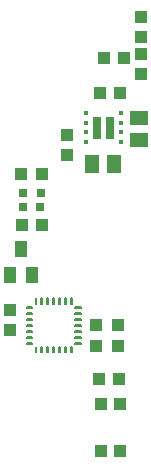
<source format=gbr>
G04 EAGLE Gerber RS-274X export*
G75*
%MOMM*%
%FSLAX34Y34*%
%LPD*%
%INSolderpaste Top*%
%IPPOS*%
%AMOC8*
5,1,8,0,0,1.08239X$1,22.5*%
G01*
%ADD10R,0.450000X0.400000*%
%ADD11R,0.800000X1.900000*%
%ADD12R,1.100000X1.000000*%
%ADD13R,1.000000X1.100000*%
%ADD14R,1.500000X1.300000*%
%ADD15R,1.300000X1.500000*%
%ADD16C,0.189000*%
%ADD17R,1.000000X1.000000*%
%ADD18R,1.000000X1.400000*%
%ADD19R,0.800000X0.800000*%


D10*
X73388Y399604D03*
X73388Y391604D03*
X73388Y383604D03*
X73388Y375604D03*
X102888Y375604D03*
X102888Y383604D03*
X102888Y391604D03*
X102888Y399604D03*
D11*
X82638Y387604D03*
X93638Y387604D03*
D12*
X120142Y432698D03*
X120142Y449698D03*
X85226Y416814D03*
X102226Y416814D03*
X120142Y464448D03*
X120142Y481448D03*
X57658Y381118D03*
X57658Y364118D03*
D13*
X88772Y446588D03*
X105772Y446588D03*
D14*
X118110Y395834D03*
X118110Y376834D03*
D15*
X78384Y356616D03*
X97384Y356616D03*
D16*
X27833Y234813D02*
X23523Y234813D01*
X23523Y235623D01*
X27833Y235623D01*
X27833Y234813D01*
X27833Y229813D02*
X23523Y229813D01*
X23523Y230623D01*
X27833Y230623D01*
X27833Y229813D01*
X27833Y224813D02*
X23523Y224813D01*
X23523Y225623D01*
X27833Y225623D01*
X27833Y224813D01*
X27833Y219813D02*
X23523Y219813D01*
X23523Y220623D01*
X27833Y220623D01*
X27833Y219813D01*
X27833Y214813D02*
X23523Y214813D01*
X23523Y215623D01*
X27833Y215623D01*
X27833Y214813D01*
X27833Y209813D02*
X23523Y209813D01*
X23523Y210623D01*
X27833Y210623D01*
X27833Y209813D01*
X27833Y204813D02*
X23523Y204813D01*
X23523Y205623D01*
X27833Y205623D01*
X27833Y204813D01*
X31633Y201823D02*
X31633Y197513D01*
X30823Y197513D01*
X30823Y201823D01*
X31633Y201823D01*
X31633Y199308D02*
X30823Y199308D01*
X30823Y201103D02*
X31633Y201103D01*
X36633Y201823D02*
X36633Y197513D01*
X35823Y197513D01*
X35823Y201823D01*
X36633Y201823D01*
X36633Y199308D02*
X35823Y199308D01*
X35823Y201103D02*
X36633Y201103D01*
X41633Y201823D02*
X41633Y197513D01*
X40823Y197513D01*
X40823Y201823D01*
X41633Y201823D01*
X41633Y199308D02*
X40823Y199308D01*
X40823Y201103D02*
X41633Y201103D01*
X46633Y201823D02*
X46633Y197513D01*
X45823Y197513D01*
X45823Y201823D01*
X46633Y201823D01*
X46633Y199308D02*
X45823Y199308D01*
X45823Y201103D02*
X46633Y201103D01*
X51633Y201823D02*
X51633Y197513D01*
X50823Y197513D01*
X50823Y201823D01*
X51633Y201823D01*
X51633Y199308D02*
X50823Y199308D01*
X50823Y201103D02*
X51633Y201103D01*
X56633Y201823D02*
X56633Y197513D01*
X55823Y197513D01*
X55823Y201823D01*
X56633Y201823D01*
X56633Y199308D02*
X55823Y199308D01*
X55823Y201103D02*
X56633Y201103D01*
X61633Y201823D02*
X61633Y197513D01*
X60823Y197513D01*
X60823Y201823D01*
X61633Y201823D01*
X61633Y199308D02*
X60823Y199308D01*
X60823Y201103D02*
X61633Y201103D01*
X64623Y205623D02*
X68933Y205623D01*
X68933Y204813D01*
X64623Y204813D01*
X64623Y205623D01*
X64623Y210623D02*
X68933Y210623D01*
X68933Y209813D01*
X64623Y209813D01*
X64623Y210623D01*
X64623Y215623D02*
X68933Y215623D01*
X68933Y214813D01*
X64623Y214813D01*
X64623Y215623D01*
X64623Y220623D02*
X68933Y220623D01*
X68933Y219813D01*
X64623Y219813D01*
X64623Y220623D01*
X64623Y225623D02*
X68933Y225623D01*
X68933Y224813D01*
X64623Y224813D01*
X64623Y225623D01*
X64623Y230623D02*
X68933Y230623D01*
X68933Y229813D01*
X64623Y229813D01*
X64623Y230623D01*
X64623Y235623D02*
X68933Y235623D01*
X68933Y234813D01*
X64623Y234813D01*
X64623Y235623D01*
X60823Y238613D02*
X60823Y242923D01*
X61633Y242923D01*
X61633Y238613D01*
X60823Y238613D01*
X60823Y240408D02*
X61633Y240408D01*
X61633Y242203D02*
X60823Y242203D01*
X55823Y242923D02*
X55823Y238613D01*
X55823Y242923D02*
X56633Y242923D01*
X56633Y238613D01*
X55823Y238613D01*
X55823Y240408D02*
X56633Y240408D01*
X56633Y242203D02*
X55823Y242203D01*
X50823Y242923D02*
X50823Y238613D01*
X50823Y242923D02*
X51633Y242923D01*
X51633Y238613D01*
X50823Y238613D01*
X50823Y240408D02*
X51633Y240408D01*
X51633Y242203D02*
X50823Y242203D01*
X45823Y242923D02*
X45823Y238613D01*
X45823Y242923D02*
X46633Y242923D01*
X46633Y238613D01*
X45823Y238613D01*
X45823Y240408D02*
X46633Y240408D01*
X46633Y242203D02*
X45823Y242203D01*
X40823Y242923D02*
X40823Y238613D01*
X40823Y242923D02*
X41633Y242923D01*
X41633Y238613D01*
X40823Y238613D01*
X40823Y240408D02*
X41633Y240408D01*
X41633Y242203D02*
X40823Y242203D01*
X35823Y242923D02*
X35823Y238613D01*
X35823Y242923D02*
X36633Y242923D01*
X36633Y238613D01*
X35823Y238613D01*
X35823Y240408D02*
X36633Y240408D01*
X36633Y242203D02*
X35823Y242203D01*
X30823Y242923D02*
X30823Y238613D01*
X30823Y242923D02*
X31633Y242923D01*
X31633Y238613D01*
X30823Y238613D01*
X30823Y240408D02*
X31633Y240408D01*
X31633Y242203D02*
X30823Y242203D01*
D17*
X86234Y153858D03*
X86234Y113858D03*
X102234Y153858D03*
X102234Y113858D03*
D12*
X84210Y174752D03*
X101210Y174752D03*
D18*
X18288Y284558D03*
X27788Y262558D03*
X8788Y262558D03*
D13*
X81788Y220082D03*
X81788Y203082D03*
X9398Y216290D03*
X9398Y233290D03*
X100330Y220082D03*
X100330Y203082D03*
D19*
X19932Y320548D03*
X34932Y320548D03*
D13*
X19440Y304800D03*
X36440Y304800D03*
D19*
X20186Y332486D03*
X35186Y332486D03*
D13*
X18932Y348488D03*
X35932Y348488D03*
M02*

</source>
